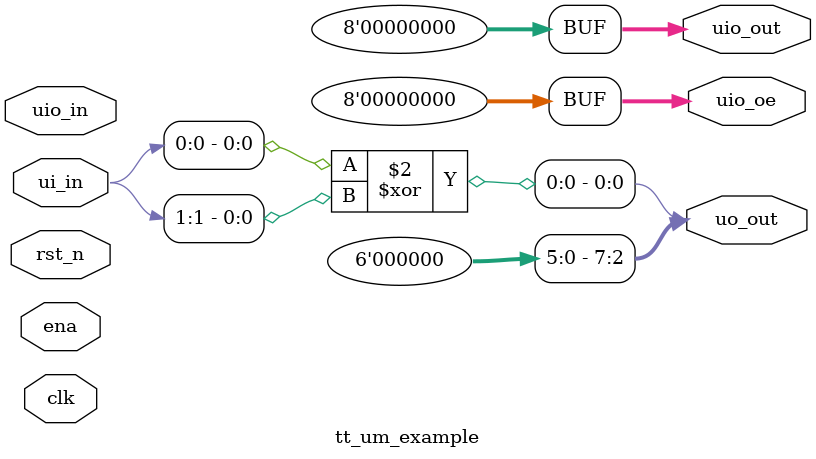
<source format=v>
/*
 * Copyright (c) 2024 Your Name
 * SPDX-License-Identifier: Apache-2.0
 */

`define default_netname none

module tt_um_example (
    input  wire [7:0] ui_in,    // Dedicated inputs
    output wire [7:0] uo_out,   // Dedicated outputs
    input  wire [7:0] uio_in,   // IOs: Input path
    output wire [7:0] uio_out,  // IOs: Output path
    output wire [7:0] uio_oe,   // IOs: Enable path (active high: 0=input, 1=output)
    input  wire       ena,      // will go high when the design is enabled
    input  wire       clk,      // clock
    input  wire       rst_n     // reset_n - low to reset
);

  // All output pins must be assigned. If not used, assign to 0.
  //assign uo_out  = ui_in + uio_in;  // Example: ou_out is the sum of ui_in and uio_in
  assign uio_out = 0;
  assign uio_oe  = 0;
    assign uo_out[7:2]=6'b0;
    assign uo_out[0]= ui_in[0] ^ +ui_in[1];
    assign uo_[1]=ui_in[0] & ui_in[1];
    
endmodule

</source>
